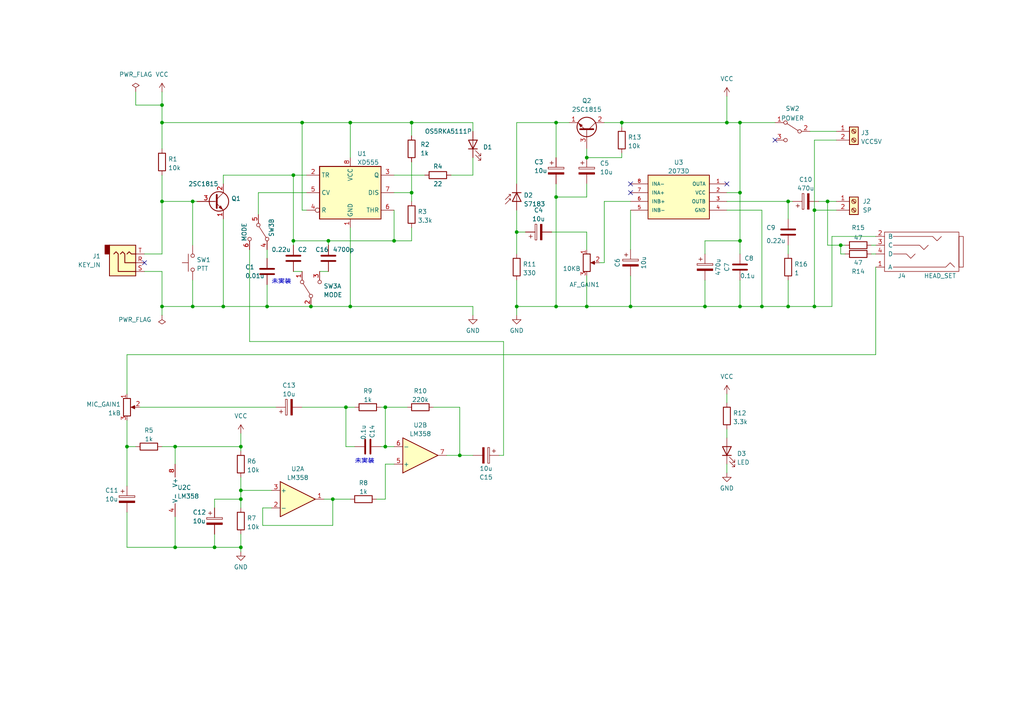
<source format=kicad_sch>
(kicad_sch (version 20211123) (generator eeschema)
  (paper "A4")
  (title_block (title "FTR105 by R16FR") (date "2023-09-17") (rev "Ver. 1.0") (company "Ohe MFG.") (comment 1 "Change MIC_GAIN DIR") (comment 2 "Cut M2073 INA+ ") (comment 3 "Add POWER LED"))
  (lib_symbols
    (symbol "Amplifier_Operational:LM358" (pin_names (offset 0.127))
      (property "Reference" "U" (at 0 5.08 0))
      (property "Value" "LM358" (at 0 -5.08 0))
      (symbol "LM358_1_1"
        (polyline (pts (xy -5.08 5.08) (xy 5.08 0) (xy -5.08 -5.08) (xy -5.08 5.08)) (stroke (width 0.254)) (fill (type background)))
        (pin output line (at 7.62 0 180) (length 2.54) (name "~") (number "1"))
        (pin input line (at -7.62 -2.54 0) (length 2.54) (name "-") (number "2"))
        (pin input line (at -7.62 2.54 0) (length 2.54) (name "+") (number "3"))
      )
      (symbol "LM358_2_1"
        (polyline (pts (xy -5.08 5.08) (xy 5.08 0) (xy -5.08 -5.08) (xy -5.08 5.08)) (stroke (width 0.254)) (fill (type background)))
        (pin input line (at -7.62 2.54 0) (length 2.54) (name "+") (number "5"))
        (pin input line (at -7.62 -2.54 0) (length 2.54) (name "-") (number "6"))
        (pin output line (at 7.62 0 180) (length 2.54) (name "~") (number "7"))
      )
      (symbol "LM358_3_1"
        (pin power_in line (at -2.54 -7.62 90) (length 3.81) (name "V-") (number "4"))
        (pin power_in line (at -2.54 7.62 270) (length 3.81) (name "V+") (number "8"))
      )
    )
    (symbol "Connector:AudioJack3"
      (property "Reference" "J" (at 0 8.89 0))
      (property "Value" "AudioJack3" (at 0 6.35 0))
      (symbol "AudioJack3_0_1"
        (rectangle (start -5.08 -5.08) (end -6.35 -2.54) (stroke (width 0.254)) (fill (type outline)))
        (polyline (pts (xy 0 -2.54) (xy 0.635 -3.175) (xy 1.27 -2.54) (xy 2.54 -2.54)) (stroke (width 0.254)))
        (polyline (pts (xy -1.905 -2.54) (xy -1.27 -3.175) (xy -0.635 -2.54) (xy -0.635 0) (xy 2.54 0)) (stroke (width 0.254)))
        (polyline (pts (xy 2.54 2.54) (xy -2.54 2.54) (xy -2.54 -2.54) (xy -3.175 -3.175) (xy -3.81 -2.54)) (stroke (width 0.254)))
        (rectangle (start 2.54 3.81) (end -5.08 -5.08) (stroke (width 0.254)) (fill (type background)))
      )
      (symbol "AudioJack3_1_1"
        (pin passive line (at 5.08 0 180) (length 2.54) (name "~") (number "R"))
        (pin passive line (at 5.08 2.54 180) (length 2.54) (name "~") (number "S"))
        (pin passive line (at 5.08 -2.54 180) (length 2.54) (name "~") (number "T"))
      )
    )
    (symbol "Connector:Screw_Terminal_01x02" (pin_names (offset 1.016) hide)
      (property "Reference" "J" (at 0 2.54 0))
      (property "Value" "Screw_Terminal_01x02" (at 0 -5.08 0))
      (symbol "Screw_Terminal_01x02_1_1"
        (rectangle (start -1.27 1.27) (end 1.27 -3.81) (stroke (width 0.254)) (fill (type background)))
        (circle (center 0 -2.54) (radius 0.635) (stroke (width 0.1524)))
        (polyline (pts (xy -0.5334 -2.2098) (xy 0.3302 -3.048)) (stroke (width 0.1524)))
        (polyline (pts (xy -0.5334 0.3302) (xy 0.3302 -0.508)) (stroke (width 0.1524)))
        (polyline (pts (xy -0.3556 -2.032) (xy 0.508 -2.8702)) (stroke (width 0.1524)))
        (polyline (pts (xy -0.3556 0.508) (xy 0.508 -0.3302)) (stroke (width 0.1524)))
        (circle (center 0 0) (radius 0.635) (stroke (width 0.1524)))
        (pin passive line (at -5.08 0 0) (length 3.81) (name "Pin_1") (number "1"))
        (pin passive line (at -5.08 -2.54 0) (length 3.81) (name "Pin_2") (number "2"))
      )
    )
    (symbol "Device:C" (pin_numbers hide) (pin_names (offset 0.254))
      (property "Reference" "C" (at 0.635 2.54 0))
      (property "Value" "C" (at 0.635 -2.54 0))
      (symbol "C_0_1"
        (polyline (pts (xy -2.032 -0.762) (xy 2.032 -0.762)) (stroke (width 0.508)))
        (polyline (pts (xy -2.032 0.762) (xy 2.032 0.762)) (stroke (width 0.508)))
      )
      (symbol "C_1_1"
        (pin passive line (at 0 3.81 270) (length 2.794) (name "~") (number "1"))
        (pin passive line (at 0 -3.81 90) (length 2.794) (name "~") (number "2"))
      )
    )
    (symbol "Device:C_Polarized" (pin_numbers hide) (pin_names (offset 0.254))
      (property "Reference" "C" (at 0.635 2.54 0))
      (property "Value" "C_Polarized" (at 0.635 -2.54 0))
      (symbol "C_Polarized_0_1"
        (rectangle (start -2.286 0.508) (end 2.286 1.016))
        (polyline (pts (xy -1.778 2.286) (xy -0.762 2.286)))
        (polyline (pts (xy -1.27 2.794) (xy -1.27 1.778)))
        (rectangle (start 2.286 -0.508) (end -2.286 -1.016) (fill (type outline)))
      )
      (symbol "C_Polarized_1_1"
        (pin passive line (at 0 3.81 270) (length 2.794) (name "~") (number "1"))
        (pin passive line (at 0 -3.81 90) (length 2.794) (name "~") (number "2"))
      )
    )
    (symbol "Device:D_Photo" (pin_numbers hide) (pin_names hide)
      (property "Reference" "D" (at 0.508 1.778 0))
      (property "Value" "D_Photo" (at -1.016 -2.794 0))
      (symbol "D_Photo_0_1"
        (polyline (pts (xy -2.54 1.27) (xy -2.54 -1.27)) (stroke (width 0.254)))
        (polyline (pts (xy -2.032 1.778) (xy -1.524 1.778)))
        (polyline (pts (xy 0 0) (xy -2.54 0)))
        (polyline (pts (xy -0.508 3.302) (xy -2.032 1.778) (xy -2.032 2.286)))
        (polyline (pts (xy 0 -1.27) (xy 0 1.27) (xy -2.54 0) (xy 0 -1.27)) (stroke (width 0.254)))
        (polyline (pts (xy 0.762 3.302) (xy -0.762 1.778) (xy -0.762 2.286) (xy -0.762 1.778) (xy -0.254 1.778)))
      )
      (symbol "D_Photo_1_1"
        (pin passive line (at -5.08 0 0) (length 2.54) (name "K") (number "1"))
        (pin passive line (at 2.54 0 180) (length 2.54) (name "A") (number "2"))
      )
    )
    (symbol "Device:LED" (pin_numbers hide) (pin_names (offset 1.016) hide)
      (property "Reference" "D" (at 0 2.54 0))
      (property "Value" "LED" (at 0 -2.54 0))
      (symbol "LED_0_1"
        (polyline (pts (xy -1.27 -1.27) (xy -1.27 1.27)) (stroke (width 0.254)))
        (polyline (pts (xy -1.27 0) (xy 1.27 0)))
        (polyline (pts (xy 1.27 -1.27) (xy 1.27 1.27) (xy -1.27 0) (xy 1.27 -1.27)) (stroke (width 0.254)))
        (polyline (pts (xy -3.048 -0.762) (xy -4.572 -2.286) (xy -3.81 -2.286) (xy -4.572 -2.286) (xy -4.572 -1.524)))
        (polyline (pts (xy -1.778 -0.762) (xy -3.302 -2.286) (xy -2.54 -2.286) (xy -3.302 -2.286) (xy -3.302 -1.524)))
      )
      (symbol "LED_1_1"
        (pin passive line (at -3.81 0 0) (length 2.54) (name "K") (number "1"))
        (pin passive line (at 3.81 0 180) (length 2.54) (name "A") (number "2"))
      )
    )
    (symbol "Device:R" (pin_numbers hide) (pin_names (offset 0))
      (property "Reference" "R" (at 2.032 0 90))
      (property "Value" "R" (at 0 0 90))
      (symbol "R_0_1"
        (rectangle (start -1.016 -2.54) (end 1.016 2.54) (stroke (width 0.254)))
      )
      (symbol "R_1_1"
        (pin passive line (at 0 3.81 270) (length 1.27) (name "~") (number "1"))
        (pin passive line (at 0 -3.81 90) (length 1.27) (name "~") (number "2"))
      )
    )
    (symbol "Device:R_Potentiometer" (pin_names (offset 1.016) hide)
      (property "Reference" "RV" (at -4.445 0 90))
      (property "Value" "R_Potentiometer" (at -2.54 0 90))
      (symbol "R_Potentiometer_0_1"
        (polyline (pts (xy 2.54 0) (xy 1.524 0)))
        (polyline (pts (xy 1.143 0) (xy 2.286 0.508) (xy 2.286 -0.508) (xy 1.143 0)) (fill (type outline)))
        (rectangle (start 1.016 2.54) (end -1.016 -2.54) (stroke (width 0.254)))
      )
      (symbol "R_Potentiometer_1_1"
        (pin passive line (at 0 3.81 270) (length 1.27) (name "1") (number "1"))
        (pin passive line (at 3.81 0 180) (length 1.27) (name "2") (number "2"))
        (pin passive line (at 0 -3.81 90) (length 1.27) (name "3") (number "3"))
      )
    )
    (symbol "GND_1" (power) (pin_names (offset 0))
      (property "Value" "GND_1" (at 0 -3.81 0))
      (symbol "GND_1_0_1"
        (polyline (pts (xy 0 0) (xy 0 -1.27) (xy 1.27 -1.27) (xy 0 -2.54) (xy -1.27 -1.27) (xy 0 -1.27)))
      )
      (symbol "GND_1_1_1"
        (pin power_in line (at 0 0 270) (length 0) hide (name "GND") (number "1"))
      )
    )
    (symbol "MJ-4PP-9:MJ-4PP-9" (pin_names (offset 1.016))
      (property "Reference" "J" (at 0 7.62 0))
      (property "Value" "MJ-4PP-9" (at 0 -8.89 0))
      (symbol "MJ-4PP-9_0_1"
        (rectangle (start -10.16 3.81) (end -11.43 -5.08))
        (polyline (pts (xy 8.89 -5.08) (xy -2.54 -5.08) (xy -3.81 -3.81) (xy -5.08 -5.08)))
        (polyline (pts (xy 8.89 -2.54) (xy 1.27 -2.54) (xy 0 -1.27) (xy -1.27 -2.54)))
        (polyline (pts (xy 8.89 0) (xy 5.08 0) (xy 3.81 1.27) (xy 2.54 0)))
        (polyline (pts (xy 8.89 3.81) (xy -6.35 3.81) (xy -7.62 2.54) (xy -8.89 3.81)))
        (rectangle (start 11.43 5.08) (end -10.16 -6.35))
      )
      (symbol "MJ-4PP-9_1_1"
        (pin input line (at 13.97 3.81 180) (length 2.54) (name "A") (number "1"))
        (pin input line (at 13.97 -5.08 180) (length 2.54) (name "B") (number "2"))
        (pin input line (at 13.97 -2.54 180) (length 2.54) (name "C") (number "3"))
        (pin input line (at 13.97 0 180) (length 2.54) (name "D") (number "4"))
      )
    )
    (symbol "Switch:SW_DPDT_x2" (pin_names (offset 0) hide)
      (property "Reference" "SW" (at 0 4.318 0))
      (property "Value" "SW_DPDT_x2" (at 0 -5.08 0))
      (symbol "SW_DPDT_x2_0_0"
        (circle (center -2.032 0) (radius 0.508))
        (circle (center 2.032 -2.54) (radius 0.508))
      )
      (symbol "SW_DPDT_x2_0_1"
        (polyline (pts (xy -1.524 0.254) (xy 1.651 2.286)))
        (circle (center 2.032 2.54) (radius 0.508))
      )
      (symbol "SW_DPDT_x2_1_1"
        (pin passive line (at 5.08 2.54 180) (length 2.54) (name "A") (number "1"))
        (pin passive line (at -5.08 0 0) (length 2.54) (name "B") (number "2"))
        (pin passive line (at 5.08 -2.54 180) (length 2.54) (name "C") (number "3"))
      )
      (symbol "SW_DPDT_x2_2_1"
        (pin passive line (at 5.08 2.54 180) (length 2.54) (name "A") (number "4"))
        (pin passive line (at -5.08 0 0) (length 2.54) (name "B") (number "5"))
        (pin passive line (at 5.08 -2.54 180) (length 2.54) (name "C") (number "6"))
      )
    )
    (symbol "Switch:SW_Push" (pin_numbers hide) (pin_names (offset 1.016) hide)
      (property "Reference" "SW" (at 1.27 2.54 0))
      (property "Value" "SW_Push" (at 0 -1.524 0))
      (symbol "SW_Push_0_1"
        (circle (center -2.032 0) (radius 0.508))
        (polyline (pts (xy 0 1.27) (xy 0 3.048)))
        (polyline (pts (xy 2.54 1.27) (xy -2.54 1.27)))
        (circle (center 2.032 0) (radius 0.508))
        (pin passive line (at -5.08 0 0) (length 2.54) (name "1") (number "1"))
        (pin passive line (at 5.08 0 180) (length 2.54) (name "2") (number "2"))
      )
    )
    (symbol "Switch:SW_SPDT" (pin_names (offset 0) hide)
      (property "Reference" "SW" (at 0 4.318 0))
      (property "Value" "SW_SPDT" (at 0 -5.08 0))
      (symbol "SW_SPDT_0_0"
        (circle (center -2.032 0) (radius 0.508))
        (circle (center 2.032 -2.54) (radius 0.508))
      )
      (symbol "SW_SPDT_0_1"
        (polyline (pts (xy -1.524 0.254) (xy 1.651 2.286)))
        (circle (center 2.032 2.54) (radius 0.508))
      )
      (symbol "SW_SPDT_1_1"
        (pin passive line (at 5.08 2.54 180) (length 2.54) (name "A") (number "1"))
        (pin passive line (at -5.08 0 0) (length 2.54) (name "B") (number "2"))
        (pin passive line (at 5.08 -2.54 180) (length 2.54) (name "C") (number "3"))
      )
    )
    (symbol "TDA2822:NJM2073D" (pin_names (offset 1.016))
      (property "Reference" "U" (at 0 1.27 0))
      (property "Value" "NJM2073D" (at 0 -15.24 0))
      (symbol "NJM2073D_0_0"
        (rectangle (start 0 -12.7) (end 17.78 0) (stroke (width 0.254)) (fill (type background)))
        (pin bidirectional line (at 22.86 -2.54 180) (length 5.08) (name "OUTA") (number "1"))
        (pin bidirectional line (at 22.86 -5.08 180) (length 5.08) (name "VCC") (number "2"))
        (pin bidirectional line (at 22.86 -7.62 180) (length 5.08) (name "OUTB") (number "3"))
        (pin bidirectional line (at 22.86 -10.16 180) (length 5.08) (name "GND") (number "4"))
        (pin bidirectional line (at -5.08 -10.16 0) (length 5.08) (name "INB-") (number "5"))
        (pin bidirectional line (at -5.08 -7.62 0) (length 5.08) (name "INB+") (number "6"))
        (pin bidirectional line (at -5.08 -5.08 0) (length 5.08) (name "INA+") (number "7"))
        (pin bidirectional line (at -5.08 -2.54 0) (length 5.08) (name "INA-") (number "8"))
      )
    )
    (symbol "Timer:LMC555xN"
      (property "Reference" "U" (at -10.16 8.89 0))
      (property "Value" "LMC555xN" (at 2.54 8.89 0))
      (symbol "LMC555xN_0_0"
        (pin power_in line (at 0 -10.16 90) (length 2.54) (name "GND") (number "1"))
        (pin power_in line (at 0 10.16 270) (length 2.54) (name "VCC") (number "8"))
      )
      (symbol "LMC555xN_0_1"
        (rectangle (start -8.89 -7.62) (end 8.89 7.62) (stroke (width 0.254)) (fill (type background)))
        (rectangle (start -8.89 -7.62) (end 8.89 7.62) (stroke (width 0.254)) (fill (type background)))
      )
      (symbol "LMC555xN_1_1"
        (pin input line (at -12.7 5.08 0) (length 3.81) (name "TR") (number "2"))
        (pin output line (at 12.7 5.08 180) (length 3.81) (name "Q") (number "3"))
        (pin input inverted (at -12.7 -5.08 0) (length 3.81) (name "R") (number "4"))
        (pin input line (at -12.7 0 0) (length 3.81) (name "CV") (number "5"))
        (pin input line (at 12.7 -5.08 180) (length 3.81) (name "THR") (number "6"))
        (pin input line (at 12.7 0 180) (length 3.81) (name "DIS") (number "7"))
      )
    )
    (symbol "Transistor_BJT:2SC1815" (pin_names (offset 0) hide)
      (property "Reference" "Q" (at 5.08 1.905 0))
      (property "Value" "2SC1815" (at 5.08 0 0))
      (symbol "2SC1815_0_1"
        (polyline (pts (xy 0 0) (xy 0.508 0)))
        (polyline (pts (xy 0.635 0.635) (xy 2.54 2.54)))
        (polyline (pts (xy 0.635 -0.635) (xy 2.54 -2.54) (xy 2.54 -2.54)))
        (polyline (pts (xy 0.635 1.905) (xy 0.635 -1.905) (xy 0.635 -1.905)) (stroke (width 0.508)))
        (polyline (pts (xy 1.27 -1.778) (xy 1.778 -1.27) (xy 2.286 -2.286) (xy 1.27 -1.778) (xy 1.27 -1.778)) (fill (type outline)))
        (circle (center 1.27 0) (radius 2.8194) (stroke (width 0.254)))
      )
      (symbol "2SC1815_1_1"
        (pin passive line (at 2.54 -5.08 90) (length 2.54) (name "E") (number "1"))
        (pin passive line (at 2.54 5.08 270) (length 2.54) (name "C") (number "2"))
        (pin input line (at -5.08 0 0) (length 5.08) (name "B") (number "3"))
      )
    )
    (symbol "power:PWR_FLAG" (power) (pin_numbers hide) (pin_names (offset 0) hide)
      (property "Value" "PWR_FLAG" (at 0 3.81 0))
      (symbol "PWR_FLAG_0_0"
        (pin power_out line (at 0 0 90) (length 0) (name "pwr") (number "1"))
      )
      (symbol "PWR_FLAG_0_1"
        (polyline (pts (xy 0 0) (xy 0 1.27) (xy -1.016 1.905) (xy 0 2.54) (xy 1.016 1.905) (xy 0 1.27)))
      )
    )
    (symbol "power:VCC" (power) (pin_names (offset 0))
      (property "Value" "VCC" (at 0 3.81 0))
      (symbol "VCC_0_1"
        (polyline (pts (xy -0.762 1.27) (xy 0 2.54)))
        (polyline (pts (xy 0 0) (xy 0 2.54)))
        (polyline (pts (xy 0 2.54) (xy 0.762 1.27)))
      )
      (symbol "VCC_1_1"
        (pin power_in line (at 0 0 90) (length 0) hide (name "VCC") (number "1"))
      )
    )
  )
  (junction (at 96.52 144.78))
  (junction (at 161.29 88.9))
  (junction (at 100.33 118.11))
  (junction (at 228.6 58.42))
  (junction (at 243.84 71.12))
  (junction (at 69.85 129.54))
  (junction (at 228.6 88.9))
  (junction (at 87.63 35.56))
  (junction (at 55.88 58.42))
  (junction (at 85.09 69.85))
  (junction (at 149.86 88.9))
  (junction (at 214.63 55.88))
  (junction (at 133.35 132.08))
  (junction (at 36.83 129.54))
  (junction (at 90.17 88.9))
  (junction (at 111.76 129.54))
  (junction (at 236.22 88.9))
  (junction (at 69.85 158.75))
  (junction (at 240.03 58.42))
  (junction (at 119.38 55.88))
  (junction (at 101.6 88.9))
  (junction (at 111.76 118.11))
  (junction (at 210.82 35.56))
  (junction (at 77.47 88.9))
  (junction (at 55.88 88.9))
  (junction (at 182.88 88.9))
  (junction (at 204.47 88.9))
  (junction (at 170.18 45.72))
  (junction (at 119.38 35.56))
  (junction (at 149.86 67.31))
  (junction (at 50.8 129.54))
  (junction (at 46.99 58.42))
  (junction (at 236.22 60.96))
  (junction (at 220.98 88.9))
  (junction (at 170.18 88.9))
  (junction (at 50.8 158.75))
  (junction (at 101.6 35.56))
  (junction (at 114.3 69.85))
  (junction (at 95.25 69.85))
  (junction (at 46.99 88.9))
  (junction (at 214.63 35.56))
  (junction (at 214.63 88.9))
  (junction (at 69.85 142.24))
  (junction (at 62.23 158.75))
  (junction (at 64.77 88.9))
  (junction (at 46.99 30.48))
  (junction (at 69.85 144.78))
  (junction (at 214.63 69.85))
  (junction (at 161.29 57.15))
  (junction (at 85.09 50.8))
  (junction (at 161.29 35.56))
  (junction (at 180.34 35.56))
  (junction (at 46.99 35.56))
  (no_connect (at 41.91 76.2))
  (no_connect (at 210.82 53.34))
  (no_connect (at 224.79 40.64))
  (no_connect (at 182.88 55.88))
  (no_connect (at 182.88 53.34))
  (wire (pts (xy 100.33 129.54) (xy 100.33 118.11)))
  (wire (pts (xy 228.6 81.28) (xy 228.6 88.9)))
  (wire (pts (xy 119.38 66.04) (xy 119.38 69.85)))
  (wire (pts (xy 76.2 147.32) (xy 78.74 147.32)))
  (wire (pts (xy 50.8 149.86) (xy 50.8 158.75)))
  (wire (pts (xy 36.83 129.54) (xy 39.37 129.54)))
  (wire (pts (xy 220.98 60.96) (xy 210.82 60.96)))
  (wire (pts (xy 236.22 40.64) (xy 236.22 60.96)))
  (wire (pts (xy 170.18 88.9) (xy 182.88 88.9)))
  (wire (pts (xy 119.38 55.88) (xy 119.38 58.42)))
  (wire (pts (xy 69.85 144.78) (xy 69.85 147.32)))
  (wire (pts (xy 240.03 71.12) (xy 243.84 71.12)))
  (wire (pts (xy 204.47 69.85) (xy 214.63 69.85)))
  (wire (pts (xy 180.34 45.72) (xy 170.18 45.72)))
  (wire (pts (xy 149.86 53.34) (xy 149.86 35.56)))
  (wire (pts (xy 111.76 144.78) (xy 111.76 134.62)))
  (wire (pts (xy 85.09 69.85) (xy 85.09 71.12)))
  (wire (pts (xy 236.22 88.9) (xy 241.3 88.9)))
  (wire (pts (xy 149.86 67.31) (xy 149.86 73.66)))
  (wire (pts (xy 182.88 72.39) (xy 182.88 60.96)))
  (wire (pts (xy 210.82 27.94) (xy 210.82 35.56)))
  (wire (pts (xy 114.3 60.96) (xy 114.3 69.85)))
  (wire (pts (xy 69.85 158.75) (xy 69.85 160.02)))
  (wire (pts (xy 55.88 88.9) (xy 64.77 88.9)))
  (wire (pts (xy 77.47 82.55) (xy 77.47 88.9)))
  (wire (pts (xy 72.39 72.39) (xy 72.39 99.06)))
  (wire (pts (xy 243.84 73.66) (xy 245.11 73.66)))
  (wire (pts (xy 50.8 158.75) (xy 62.23 158.75)))
  (wire (pts (xy 214.63 55.88) (xy 210.82 55.88)))
  (wire (pts (xy 95.25 69.85) (xy 95.25 71.12)))
  (wire (pts (xy 36.83 102.87) (xy 36.83 114.3)))
  (wire (pts (xy 62.23 144.78) (xy 69.85 144.78)))
  (wire (pts (xy 111.76 118.11) (xy 111.76 129.54)))
  (wire (pts (xy 161.29 57.15) (xy 170.18 57.15)))
  (wire (pts (xy 109.22 144.78) (xy 111.76 144.78)))
  (wire (pts (xy 118.11 118.11) (xy 111.76 118.11)))
  (wire (pts (xy 46.99 35.56) (xy 87.63 35.56)))
  (wire (pts (xy 214.63 88.9) (xy 220.98 88.9)))
  (wire (pts (xy 92.71 78.74) (xy 95.25 78.74)))
  (wire (pts (xy 149.86 60.96) (xy 149.86 67.31)))
  (wire (pts (xy 114.3 50.8) (xy 123.19 50.8)))
  (wire (pts (xy 161.29 45.72) (xy 161.29 35.56)))
  (wire (pts (xy 36.83 121.92) (xy 36.83 129.54)))
  (wire (pts (xy 36.83 102.87) (xy 254 102.87)))
  (wire (pts (xy 241.3 68.58) (xy 254 68.58)))
  (wire (pts (xy 90.17 88.9) (xy 101.6 88.9)))
  (wire (pts (xy 214.63 35.56) (xy 214.63 55.88)))
  (wire (pts (xy 180.34 35.56) (xy 180.34 36.83)))
  (wire (pts (xy 242.57 58.42) (xy 240.03 58.42)))
  (wire (pts (xy 149.86 35.56) (xy 161.29 35.56)))
  (wire (pts (xy 100.33 118.11) (xy 102.87 118.11)))
  (wire (pts (xy 133.35 132.08) (xy 129.54 132.08)))
  (wire (pts (xy 243.84 71.12) (xy 245.11 71.12)))
  (wire (pts (xy 85.09 50.8) (xy 85.09 69.85)))
  (wire (pts (xy 210.82 114.3) (xy 210.82 116.84)))
  (wire (pts (xy 85.09 78.74) (xy 87.63 78.74)))
  (wire (pts (xy 87.63 118.11) (xy 100.33 118.11)))
  (wire (pts (xy 55.88 58.42) (xy 55.88 71.12)))
  (wire (pts (xy 228.6 88.9) (xy 236.22 88.9)))
  (wire (pts (xy 243.84 71.12) (xy 243.84 73.66)))
  (wire (pts (xy 119.38 39.37) (xy 119.38 35.56)))
  (wire (pts (xy 62.23 147.32) (xy 62.23 144.78)))
  (wire (pts (xy 149.86 88.9) (xy 149.86 91.44)))
  (wire (pts (xy 242.57 40.64) (xy 236.22 40.64)))
  (wire (pts (xy 69.85 142.24) (xy 69.85 144.78)))
  (wire (pts (xy 72.39 99.06) (xy 146.05 99.06)))
  (wire (pts (xy 46.99 78.74) (xy 46.99 88.9)))
  (wire (pts (xy 64.77 88.9) (xy 77.47 88.9)))
  (wire (pts (xy 182.88 88.9) (xy 182.88 80.01)))
  (wire (pts (xy 119.38 35.56) (xy 101.6 35.56)))
  (wire (pts (xy 46.99 73.66) (xy 46.99 58.42)))
  (wire (pts (xy 204.47 73.66) (xy 204.47 69.85)))
  (wire (pts (xy 182.88 58.42) (xy 175.26 58.42)))
  (wire (pts (xy 220.98 88.9) (xy 228.6 88.9)))
  (wire (pts (xy 236.22 60.96) (xy 236.22 88.9)))
  (wire (pts (xy 160.02 67.31) (xy 170.18 67.31)))
  (wire (pts (xy 50.8 129.54) (xy 69.85 129.54)))
  (wire (pts (xy 240.03 71.12) (xy 240.03 58.42)))
  (wire (pts (xy 62.23 158.75) (xy 69.85 158.75)))
  (wire (pts (xy 46.99 50.8) (xy 46.99 58.42)))
  (wire (pts (xy 69.85 129.54) (xy 69.85 130.81)))
  (wire (pts (xy 74.93 55.88) (xy 88.9 55.88)))
  (wire (pts (xy 228.6 71.12) (xy 228.6 73.66)))
  (wire (pts (xy 175.26 76.2) (xy 173.99 76.2)))
  (wire (pts (xy 228.6 58.42) (xy 228.6 63.5)))
  (wire (pts (xy 69.85 142.24) (xy 78.74 142.24)))
  (wire (pts (xy 180.34 45.72) (xy 180.34 44.45)))
  (wire (pts (xy 204.47 81.28) (xy 204.47 88.9)))
  (wire (pts (xy 242.57 60.96) (xy 236.22 60.96)))
  (wire (pts (xy 125.73 118.11) (xy 133.35 118.11)))
  (wire (pts (xy 161.29 88.9) (xy 149.86 88.9)))
  (wire (pts (xy 101.6 35.56) (xy 101.6 45.72)))
  (wire (pts (xy 170.18 43.18) (xy 170.18 45.72)))
  (wire (pts (xy 64.77 63.5) (xy 64.77 88.9)))
  (wire (pts (xy 36.83 158.75) (xy 50.8 158.75)))
  (wire (pts (xy 161.29 57.15) (xy 161.29 88.9)))
  (wire (pts (xy 46.99 35.56) (xy 46.99 43.18)))
  (wire (pts (xy 46.99 26.67) (xy 46.99 30.48)))
  (wire (pts (xy 39.37 26.67) (xy 39.37 30.48)))
  (wire (pts (xy 40.64 118.11) (xy 80.01 118.11)))
  (wire (pts (xy 69.85 154.94) (xy 69.85 158.75)))
  (wire (pts (xy 46.99 129.54) (xy 50.8 129.54)))
  (wire (pts (xy 241.3 68.58) (xy 241.3 88.9)))
  (wire (pts (xy 133.35 132.08) (xy 137.16 132.08)))
  (wire (pts (xy 46.99 58.42) (xy 55.88 58.42)))
  (wire (pts (xy 254 77.47) (xy 254 102.87)))
  (wire (pts (xy 88.9 60.96) (xy 87.63 60.96)))
  (wire (pts (xy 77.47 88.9) (xy 90.17 88.9)))
  (wire (pts (xy 214.63 55.88) (xy 214.63 69.85)))
  (wire (pts (xy 228.6 58.42) (xy 229.87 58.42)))
  (wire (pts (xy 102.87 129.54) (xy 100.33 129.54)))
  (wire (pts (xy 175.26 35.56) (xy 180.34 35.56)))
  (wire (pts (xy 119.38 69.85) (xy 114.3 69.85)))
  (wire (pts (xy 170.18 53.34) (xy 170.18 57.15)))
  (wire (pts (xy 69.85 138.43) (xy 69.85 142.24)))
  (wire (pts (xy 180.34 35.56) (xy 210.82 35.56)))
  (wire (pts (xy 119.38 46.99) (xy 119.38 55.88)))
  (wire (pts (xy 95.25 69.85) (xy 85.09 69.85)))
  (wire (pts (xy 252.73 71.12) (xy 254 71.12)))
  (wire (pts (xy 114.3 69.85) (xy 95.25 69.85)))
  (wire (pts (xy 137.16 88.9) (xy 137.16 91.44)))
  (wire (pts (xy 77.47 72.39) (xy 77.47 74.93)))
  (wire (pts (xy 111.76 134.62) (xy 114.3 134.62)))
  (wire (pts (xy 110.49 118.11) (xy 111.76 118.11)))
  (wire (pts (xy 214.63 69.85) (xy 214.63 73.66)))
  (wire (pts (xy 130.81 50.8) (xy 137.16 50.8)))
  (wire (pts (xy 41.91 73.66) (xy 46.99 73.66)))
  (wire (pts (xy 137.16 45.72) (xy 137.16 50.8)))
  (wire (pts (xy 252.73 73.66) (xy 254 73.66)))
  (wire (pts (xy 87.63 60.96) (xy 87.63 35.56)))
  (wire (pts (xy 240.03 58.42) (xy 237.49 58.42)))
  (wire (pts (xy 146.05 132.08) (xy 144.78 132.08)))
  (wire (pts (xy 64.77 50.8) (xy 85.09 50.8)))
  (wire (pts (xy 111.76 129.54) (xy 114.3 129.54)))
  (wire (pts (xy 46.99 88.9) (xy 55.88 88.9)))
  (wire (pts (xy 210.82 58.42) (xy 228.6 58.42)))
  (wire (pts (xy 74.93 62.23) (xy 74.93 55.88)))
  (wire (pts (xy 46.99 91.44) (xy 46.99 88.9)))
  (wire (pts (xy 161.29 53.34) (xy 161.29 57.15)))
  (wire (pts (xy 234.95 38.1) (xy 242.57 38.1)))
  (wire (pts (xy 114.3 55.88) (xy 119.38 55.88)))
  (wire (pts (xy 146.05 99.06) (xy 146.05 132.08)))
  (wire (pts (xy 182.88 88.9) (xy 204.47 88.9)))
  (wire (pts (xy 55.88 81.28) (xy 55.88 88.9)))
  (wire (pts (xy 101.6 66.04) (xy 101.6 88.9)))
  (wire (pts (xy 64.77 50.8) (xy 64.77 53.34)))
  (wire (pts (xy 55.88 58.42) (xy 57.15 58.42)))
  (wire (pts (xy 110.49 129.54) (xy 111.76 129.54)))
  (wire (pts (xy 161.29 88.9) (xy 170.18 88.9)))
  (wire (pts (xy 210.82 124.46) (xy 210.82 127)))
  (wire (pts (xy 170.18 88.9) (xy 170.18 80.01)))
  (wire (pts (xy 36.83 140.97) (xy 36.83 129.54)))
  (wire (pts (xy 93.98 144.78) (xy 96.52 144.78)))
  (wire (pts (xy 41.91 78.74) (xy 46.99 78.74)))
  (wire (pts (xy 161.29 35.56) (xy 165.1 35.56)))
  (wire (pts (xy 96.52 144.78) (xy 101.6 144.78)))
  (wire (pts (xy 76.2 152.4) (xy 76.2 147.32)))
  (wire (pts (xy 137.16 35.56) (xy 137.16 38.1)))
  (wire (pts (xy 85.09 50.8) (xy 88.9 50.8)))
  (wire (pts (xy 36.83 148.59) (xy 36.83 158.75)))
  (wire (pts (xy 220.98 60.96) (xy 220.98 88.9)))
  (wire (pts (xy 149.86 67.31) (xy 152.4 67.31)))
  (wire (pts (xy 96.52 144.78) (xy 96.52 152.4)))
  (wire (pts (xy 46.99 30.48) (xy 46.99 35.56)))
  (wire (pts (xy 210.82 35.56) (xy 214.63 35.56)))
  (wire (pts (xy 214.63 81.28) (xy 214.63 88.9)))
  (wire (pts (xy 69.85 125.73) (xy 69.85 129.54)))
  (wire (pts (xy 149.86 81.28) (xy 149.86 88.9)))
  (wire (pts (xy 96.52 152.4) (xy 76.2 152.4)))
  (wire (pts (xy 133.35 118.11) (xy 133.35 132.08)))
  (wire (pts (xy 210.82 134.62) (xy 210.82 137.16)))
  (wire (pts (xy 101.6 88.9) (xy 137.16 88.9)))
  (wire (pts (xy 175.26 58.42) (xy 175.26 76.2)))
  (wire (pts (xy 214.63 35.56) (xy 224.79 35.56)))
  (wire (pts (xy 204.47 88.9) (xy 214.63 88.9)))
  (wire (pts (xy 39.37 30.48) (xy 46.99 30.48)))
  (wire (pts (xy 50.8 134.62) (xy 50.8 129.54)))
  (wire (pts (xy 119.38 35.56) (xy 137.16 35.56)))
  (wire (pts (xy 62.23 154.94) (xy 62.23 158.75)))
  (wire (pts (xy 87.63 35.56) (xy 101.6 35.56)))
  (wire (pts (xy 170.18 67.31) (xy 170.18 72.39)))
  (text "未実装" (at 78.74 82.55 0) (effects (font (size 1.27 1.27)) (justify left bottom)))
  (text "未実装" (at 102.87 134.62 0) (effects (font (size 1.27 1.27)) (justify left bottom)))
  (symbol (lib_id "Device:LED") (at 210.82 130.81 90) (unit 1)
    (property "Reference" "D3" (at 213.741 131.5628 90) (effects (justify right)))
    (property "Value" "LED" (at 213.741 134.0997 90) (effects (justify right)))
    (property "Footprint" "LED_THT:LED_D3.0mm" (effects hide))
  )
  (symbol (lib_id "Device:C_Polarized") (at 161.29 49.53 0) (unit 1)
    (property "Reference" "C3" (at 154.94 46.99 0) (effects (justify left)))
    (property "Value" "10u" (at 154.94 49.53 0) (effects (justify left)))
    (property "Footprint" "Capacitor_THT:CP_Radial_D5.0mm_P2.00mm" (effects hide))
  )
  (symbol (lib_id "Amplifier_Operational:LM358") (at 86.36 144.78 0) (unit 1)
    (property "Reference" "U2" (at 86.36 136.0002 0))
    (property "Value" "LM358" (at 86.36 138.5371 0))
    (property "Footprint" "Package_DIP:DIP-8_W7.62mm" (effects hide))
    (property "Datasheet" "http://www.ti.com/lit/ds/symlink/lm2904-n.pdf" (effects hide))
  )
  (symbol (lib_id "Switch:SW_Push") (at 55.88 76.2 90) (unit 1)
    (property "Reference" "SW1" (at 57.023 75.3653 90) (effects (justify right)))
    (property "Value" "PTT" (at 57.023 77.9022 90) (effects (justify right)))
    (property "Footprint" "Button_Switch_THT:SW_PUSH-12mm" (effects hide))
  )
  (symbol (lib_id "Device:C") (at 214.63 77.47 0) (unit 1)
    (property "Reference" "C8" (at 215.9 74.93 0) (effects (justify left)))
    (property "Value" "0.1u" (at 214.63 80.01 0) (effects (justify left)))
    (property "Footprint" "Capacitor_THT:C_Disc_D4.3mm_W1.9mm_P5.00mm" (effects hide))
  )
  (symbol (lib_id "Device:R") (at 69.85 134.62 0) (unit 1)
    (property "Reference" "R6" (at 71.628 133.7853 0) (effects (justify left)))
    (property "Value" "10k" (at 71.628 136.3222 0) (effects (justify left)))
    (property "Footprint" "Resistor_THT:R_Axial_DIN0204_L3.6mm_D1.6mm_P5.08mm_Horizontal" (effects hide))
  )
  (symbol (lib_id "Device:C_Polarized") (at 170.18 49.53 0) (unit 1)
    (property "Reference" "C5" (at 173.99 47.3709 0) (effects (justify left)))
    (property "Value" "10u" (at 173.99 49.9109 0) (effects (justify left)))
    (property "Footprint" "Capacitor_THT:CP_Radial_D5.0mm_P2.00mm" (effects hide))
  )
  (symbol (lib_id "Device:R") (at 43.18 129.54 90) (unit 1)
    (property "Reference" "R5" (at 43.18 124.8242 90))
    (property "Value" "1k" (at 43.18 127.3611 90))
    (property "Footprint" "Resistor_THT:R_Axial_DIN0204_L3.6mm_D1.6mm_P5.08mm_Horizontal" (effects hide))
  )
  (symbol (lib_id "Switch:SW_DPDT_x2") (at 90.17 83.82 90) (unit 1)
    (property "Reference" "SW3" (at 93.853 82.9853 90) (effects (justify right)))
    (property "Value" "MODE" (at 93.853 85.5222 90) (effects (justify right)))
    (property "Footprint" "0oe_Library:SW_CuK_JS202011AQN_DPDT_Angled" (effects hide))
  )
  (symbol (lib_name "GND_1") (lib_id "power:GND") (at 210.82 137.16 0) (unit 1)
    (property "Reference" "#PWR03" (effects hide))
    (property "Value" "GND" (at 210.82 141.6034 0))
  )
  (symbol (lib_id "power:VCC") (at 69.85 125.73 0) (unit 1)
    (property "Reference" "#PWR0104" (effects hide))
    (property "Value" "VCC" (at 69.85 120.65 0))
  )
  (symbol (lib_id "power:PWR_FLAG") (at 46.99 91.44 180) (unit 1)
    (property "Reference" "#FLG02" (effects hide))
    (property "Value" "PWR_FLAG" (at 34.29 92.71 0) (effects (justify right)))
  )
  (symbol (lib_id "TDA2822:NJM2073D") (at 187.96 50.8 0) (unit 1)
    (property "Reference" "U3" (at 196.85 47.1002 0))
    (property "Value" "2073D" (at 196.85 49.6371 0))
    (property "Footprint" "Package_DIP:DIP-8_W7.62mm" (effects hide))
  )
  (symbol (lib_id "Device:R") (at 106.68 118.11 90) (unit 1)
    (property "Reference" "R9" (at 106.68 113.3942 90))
    (property "Value" "1k" (at 106.68 115.9311 90))
    (property "Footprint" "Resistor_THT:R_Axial_DIN0204_L3.6mm_D1.6mm_P5.08mm_Horizontal" (effects hide))
  )
  (symbol (lib_id "Device:C") (at 77.47 78.74 0) (unit 1)
    (property "Reference" "C1" (at 71.12 77.47 0) (effects (justify left)))
    (property "Value" "0.01u" (at 71.12 80.01 0) (effects (justify left)))
    (property "Footprint" "Capacitor_THT:C_Disc_D4.3mm_W1.9mm_P5.00mm" (effects hide))
  )
  (symbol (lib_name "GND_1") (lib_id "power:GND") (at 69.85 160.02 0) (unit 1)
    (property "Reference" "#PWR0103" (effects hide))
    (property "Value" "GND" (at 69.85 164.4634 0))
  )
  (symbol (lib_id "Device:C") (at 95.25 74.93 0) (unit 1)
    (property "Reference" "C16" (at 91.44 72.39 0) (effects (justify left)))
    (property "Value" "4700p" (at 96.52 72.39 0) (effects (justify left)))
    (property "Footprint" "Capacitor_THT:C_Disc_D4.3mm_W1.9mm_P5.00mm" (effects hide))
  )
  (symbol (lib_id "Device:C_Polarized") (at 182.88 76.2 0) (unit 1)
    (property "Reference" "C6" (at 179.07 76.2 90))
    (property "Value" "10u" (at 186.69 76.2 90))
    (property "Footprint" "Capacitor_THT:CP_Radial_D5.0mm_P2.00mm" (effects hide))
  )
  (symbol (lib_id "Connector:Screw_Terminal_01x02") (at 247.65 58.42 0) (unit 1)
    (property "Reference" "J2" (at 250.19 58.4199 0) (effects (justify left)))
    (property "Value" "SP" (at 250.19 60.9599 0) (effects (justify left)))
    (property "Footprint" "Connector_PinHeader_2.54mm:PinHeader_1x02_P2.54mm_Vertical" (effects hide))
  )
  (symbol (lib_id "Device:R") (at 228.6 77.47 180) (unit 1)
    (property "Reference" "R16" (at 230.378 76.6353 0) (effects (justify right)))
    (property "Value" "1" (at 230.378 79.1722 0) (effects (justify right)))
    (property "Footprint" "Resistor_THT:R_Axial_DIN0204_L3.6mm_D1.6mm_P5.08mm_Horizontal" (effects hide))
  )
  (symbol (lib_name "GND_1") (lib_id "power:GND") (at 137.16 91.44 0) (unit 1)
    (property "Reference" "#PWR0101" (effects hide))
    (property "Value" "GND" (at 137.16 95.8834 0))
  )
  (symbol (lib_name "GND_1") (lib_id "power:GND") (at 149.86 91.44 0) (unit 1)
    (property "Reference" "#PWR0102" (effects hide))
    (property "Value" "GND" (at 149.86 95.8834 0))
  )
  (symbol (lib_id "Device:R") (at 46.99 46.99 0) (unit 1)
    (property "Reference" "R1" (at 48.768 46.1553 0) (effects (justify left)))
    (property "Value" "10k" (at 48.768 48.6922 0) (effects (justify left)))
    (property "Footprint" "Resistor_THT:R_Axial_DIN0204_L3.6mm_D1.6mm_P5.08mm_Horizontal" (effects hide))
  )
  (symbol (lib_id "Transistor_BJT:2SC1815") (at 62.23 58.42 0) (unit 1)
    (property "Reference" "Q1" (at 67.0814 57.5853 0) (effects (justify left)))
    (property "Value" "2SC1815" (at 54.61 53.34 0) (effects (justify left)))
    (property "Footprint" "Package_TO_SOT_THT:TO-92_Inline_Wide" (effects hide))
    (property "Datasheet" "https://media.digikey.com/pdf/Data%20Sheets/Toshiba%20PDFs/2SC1815.pdf" (effects hide))
  )
  (symbol (lib_id "Device:C_Polarized") (at 233.68 58.42 90) (unit 1)
    (property "Reference" "C10" (at 233.68 52.07 90))
    (property "Value" "470u" (at 233.68 54.61 90))
    (property "Footprint" "Capacitor_THT:CP_Radial_D8.0mm_P3.50mm" (effects hide))
  )
  (symbol (lib_id "Device:C") (at 85.09 74.93 0) (unit 1)
    (property "Reference" "C2" (at 86.36 72.39 0) (effects (justify left)))
    (property "Value" "0.22u" (at 78.74 72.39 0) (effects (justify left)))
    (property "Footprint" "Capacitor_THT:C_Disc_D4.3mm_W1.9mm_P5.00mm" (effects hide))
  )
  (symbol (lib_id "Device:R") (at 119.38 43.18 180) (unit 1)
    (property "Reference" "R2" (at 121.92 41.9099 0) (effects (justify right)))
    (property "Value" "1k" (at 121.92 44.4499 0) (effects (justify right)))
    (property "Footprint" "Resistor_THT:R_Axial_DIN0204_L3.6mm_D1.6mm_P5.08mm_Horizontal" (effects hide))
  )
  (symbol (lib_id "MJ-4PP-9:MJ-4PP-9") (at 267.97 73.66 180) (unit 1)
    (property "Reference" "J4" (at 260.35 80.01 0) (effects (justify right)))
    (property "Value" "HEAD_SET" (at 267.97 80.01 0) (effects (justify right)))
    (property "Footprint" "0oe_Library:MJ-4PP-9" (effects hide))
  )
  (symbol (lib_id "Timer:LMC555xN") (at 101.6 55.88 0) (unit 1)
    (property "Reference" "U1" (at 103.6194 44.5602 0) (effects (justify left)))
    (property "Value" "XD555" (at 103.6194 47.0971 0) (effects (justify left)))
    (property "Footprint" "Package_DIP:DIP-8_W7.62mm" (effects hide))
    (property "Datasheet" "http://www.ti.com/lit/ds/symlink/lmc555.pdf" (effects hide))
  )
  (symbol (lib_id "Device:R") (at 127 50.8 90) (unit 1)
    (property "Reference" "R4" (at 127 48.26 90))
    (property "Value" "22" (at 127 53.34 90))
    (property "Footprint" "Resistor_THT:R_Axial_DIN0204_L3.6mm_D1.6mm_P5.08mm_Horizontal" (effects hide))
  )
  (symbol (lib_id "power:VCC") (at 46.99 26.67 0) (unit 1)
    (property "Reference" "#PWR02" (effects hide))
    (property "Value" "VCC" (at 46.99 21.59 0))
  )
  (symbol (lib_id "Connector:Screw_Terminal_01x02") (at 247.65 38.1 0) (unit 1)
    (property "Reference" "J3" (at 249.682 38.5353 0) (effects (justify left)))
    (property "Value" "VCC5V" (at 249.682 41.0722 0) (effects (justify left)))
    (property "Footprint" "Connector_PinHeader_2.54mm:PinHeader_1x02_P2.54mm_Vertical" (effects hide))
  )
  (symbol (lib_id "Device:C_Polarized") (at 204.47 77.47 0) (unit 1)
    (property "Reference" "C7" (at 210.82 77.47 90))
    (property "Value" "470u" (at 208.28 77.47 90))
    (property "Footprint" "Capacitor_THT:CP_Radial_D8.0mm_P3.50mm" (effects hide))
  )
  (symbol (lib_id "Device:C_Polarized") (at 140.97 132.08 270) (unit 1)
    (property "Reference" "C15" (at 140.97 138.43 90))
    (property "Value" "10u" (at 140.97 135.89 90))
    (property "Footprint" "Capacitor_THT:CP_Radial_D5.0mm_P2.00mm" (effects hide))
  )
  (symbol (lib_id "Device:R") (at 69.85 151.13 0) (unit 1)
    (property "Reference" "R7" (at 71.628 150.2953 0) (effects (justify left)))
    (property "Value" "10k" (at 71.628 152.8322 0) (effects (justify left)))
    (property "Footprint" "Resistor_THT:R_Axial_DIN0204_L3.6mm_D1.6mm_P5.08mm_Horizontal" (effects hide))
  )
  (symbol (lib_id "Device:C") (at 228.6 67.31 0) (unit 1)
    (property "Reference" "C9" (at 222.25 66.04 0) (effects (justify left)))
    (property "Value" "0.22u" (at 222.25 69.85 0) (effects (justify left)))
    (property "Footprint" "Capacitor_THT:C_Disc_D4.3mm_W1.9mm_P5.00mm" (effects hide))
  )
  (symbol (lib_id "Device:R") (at 180.34 40.64 180) (unit 1)
    (property "Reference" "R13" (at 182.118 39.8053 0) (effects (justify right)))
    (property "Value" "10k" (at 182.118 42.3422 0) (effects (justify right)))
    (property "Footprint" "Resistor_THT:R_Axial_DIN0204_L3.6mm_D1.6mm_P5.08mm_Horizontal" (effects hide))
  )
  (symbol (lib_id "Device:R") (at 149.86 77.47 180) (unit 1)
    (property "Reference" "R11" (at 151.638 76.6353 0) (effects (justify right)))
    (property "Value" "330" (at 151.638 79.1722 0) (effects (justify right)))
    (property "Footprint" "Resistor_THT:R_Axial_DIN0204_L3.6mm_D1.6mm_P5.08mm_Horizontal" (effects hide))
  )
  (symbol (lib_id "Device:C_Polarized") (at 62.23 151.13 0) (unit 1)
    (property "Reference" "C12" (at 55.88 148.59 0) (effects (justify left)))
    (property "Value" "10u" (at 55.88 151.13 0) (effects (justify left)))
    (property "Footprint" "Capacitor_THT:CP_Radial_D5.0mm_P2.00mm" (effects hide))
  )
  (symbol (lib_id "Device:R") (at 119.38 62.23 180) (unit 1)
    (property "Reference" "R3" (at 121.158 61.3953 0) (effects (justify right)))
    (property "Value" "3.3k" (at 121.158 63.9322 0) (effects (justify right)))
    (property "Footprint" "Resistor_THT:R_Axial_DIN0204_L3.6mm_D1.6mm_P5.08mm_Horizontal" (effects hide))
  )
  (symbol (lib_id "Device:C_Polarized") (at 156.21 67.31 90) (unit 1)
    (property "Reference" "C4" (at 156.21 60.96 90))
    (property "Value" "10u" (at 156.21 63.5 90))
    (property "Footprint" "Capacitor_THT:CP_Radial_D5.0mm_P2.00mm" (effects hide))
  )
  (symbol (lib_id "power:VCC") (at 210.82 27.94 0) (unit 1)
    (property "Reference" "#PWR04" (effects hide))
    (property "Value" "VCC" (at 210.82 22.86 0))
  )
  (symbol (lib_id "power:VCC") (at 210.82 114.3 0) (unit 1)
    (property "Reference" "#PWR01" (effects hide))
    (property "Value" "VCC" (at 210.82 109.22 0))
  )
  (symbol (lib_id "Device:R") (at 248.92 71.12 90) (unit 1)
    (property "Reference" "R15" (at 248.92 66.04 90))
    (property "Value" "47" (at 248.92 68.9411 90))
    (property "Footprint" "Resistor_THT:R_Axial_DIN0204_L3.6mm_D1.6mm_P5.08mm_Horizontal" (effects hide))
  )
  (symbol (lib_id "Device:C_Polarized") (at 36.83 144.78 0) (unit 1)
    (property "Reference" "C11" (at 30.48 142.24 0) (effects (justify left)))
    (property "Value" "10u" (at 30.48 144.78 0) (effects (justify left)))
    (property "Footprint" "Capacitor_THT:CP_Radial_D5.0mm_P2.00mm" (effects hide))
  )
  (symbol (lib_id "Device:R") (at 210.82 120.65 0) (unit 1)
    (property "Reference" "R12" (at 212.598 119.8153 0) (effects (justify left)))
    (property "Value" "3.3k" (at 212.598 122.3522 0) (effects (justify left)))
    (property "Footprint" "Resistor_THT:R_Axial_DIN0204_L3.6mm_D1.6mm_P5.08mm_Horizontal" (effects hide))
  )
  (symbol (lib_id "Switch:SW_SPDT") (at 229.87 38.1 0) (mirror y) (unit 1)
    (property "Reference" "SW2" (at 229.87 31.4792 0))
    (property "Value" "POWER" (at 229.87 34.29 0))
    (property "Footprint" "0oe_Library:SK-12D11VG3" (effects hide))
  )
  (symbol (lib_id "Switch:SW_DPDT_x2") (at 74.93 67.31 270) (unit 2)
    (property "Reference" "SW3" (at 78.74 66.04 0))
    (property "Value" "MODE" (at 70.8461 67.31 0))
    (property "Footprint" "0oe_Library:SW_CuK_JS202011AQN_DPDT_Angled" (effects hide))
  )
  (symbol (lib_id "Device:R_Potentiometer") (at 170.18 76.2 0) (unit 1)
    (property "Reference" "AF_GAIN1" (at 173.99 82.55 0) (effects (justify right)))
    (property "Value" "10KB" (at 168.402 77.9022 0) (effects (justify right)))
    (property "Footprint" "0oe_Library:TSR-3386T" (effects hide))
  )
  (symbol (lib_id "Device:D_Photo") (at 149.86 58.42 90) (mirror x) (unit 1)
    (property "Reference" "D2" (at 151.892 56.6328 90) (effects (justify right)))
    (property "Value" "S7183" (at 151.892 59.1697 90) (effects (justify right)))
    (property "Footprint" "LED_THT:LED_Rectangular_W5.0mm_H2.0mm" (effects hide))
  )
  (symbol (lib_id "Connector:AudioJack3") (at 36.83 76.2 0) (mirror x) (unit 1)
    (property "Reference" "J1" (at 29.21 74.2949 0) (effects (justify right)))
    (property "Value" "KEY_IN" (at 29.21 76.8349 0) (effects (justify right)))
    (property "Footprint" "Connector_Audio:Jack_3.5mm_Switronic_ST-005-G_horizontal" (effects hide))
  )
  (symbol (lib_id "Amplifier_Operational:LM358") (at 121.92 132.08 0) (mirror x) (unit 2)
    (property "Reference" "U2" (at 121.92 123.3002 0))
    (property "Value" "LM358" (at 121.92 125.8371 0))
    (property "Footprint" "Package_DIP:DIP-8_W7.62mm" (effects hide))
    (property "Datasheet" "http://www.ti.com/lit/ds/symlink/lm2904-n.pdf" (effects hide))
  )
  (symbol (lib_id "Device:C") (at 106.68 129.54 270) (unit 1)
    (property "Reference" "C14" (at 107.95 123.19 0) (effects (justify left)))
    (property "Value" "0.1u" (at 105.41 123.19 0) (effects (justify left)))
    (property "Footprint" "Capacitor_THT:C_Disc_D4.3mm_W1.9mm_P5.00mm" (effects hide))
  )
  (symbol (lib_id "Device:R") (at 248.92 73.66 90) (unit 1)
    (property "Reference" "R14" (at 248.92 78.74 90))
    (property "Value" "47" (at 248.92 76.2 90))
    (property "Footprint" "Resistor_THT:R_Axial_DIN0204_L3.6mm_D1.6mm_P5.08mm_Horizontal" (effects hide))
  )
  (symbol (lib_id "Device:R") (at 105.41 144.78 90) (unit 1)
    (property "Reference" "R8" (at 105.41 140.0642 90))
    (property "Value" "1k" (at 105.41 142.6011 90))
    (property "Footprint" "Resistor_THT:R_Axial_DIN0204_L3.6mm_D1.6mm_P5.08mm_Horizontal" (effects hide))
  )
  (symbol (lib_id "Device:LED") (at 137.16 41.91 90) (unit 1)
    (property "Reference" "D1" (at 140.081 42.6628 90) (effects (justify right)))
    (property "Value" "OS5RKA5111P" (at 123.19 38.1 90) (effects (justify right)))
    (property "Footprint" "LED_THT:LED_D5.0mm_Horizontal_O3.81mm_Z3.0mm" (effects hide))
  )
  (symbol (lib_id "power:PWR_FLAG") (at 39.37 26.67 0) (unit 1)
    (property "Reference" "#FLG01" (effects hide))
    (property "Value" "PWR_FLAG" (at 39.37 21.59 0))
  )
  (symbol (lib_id "Amplifier_Operational:LM358") (at 53.34 142.24 0) (unit 3)
    (property "Reference" "U2" (at 51.435 141.4053 0) (effects (justify left)))
    (property "Value" "LM358" (at 51.435 143.9422 0) (effects (justify left)))
    (property "Footprint" "Package_DIP:DIP-8_W7.62mm" (effects hide))
    (property "Datasheet" "http://www.ti.com/lit/ds/symlink/lm2904-n.pdf" (effects hide))
  )
  (symbol (lib_id "Device:R") (at 121.92 118.11 90) (unit 1)
    (property "Reference" "R10" (at 121.92 113.3942 90))
    (property "Value" "220k" (at 121.92 115.9311 90))
    (property "Footprint" "Resistor_THT:R_Axial_DIN0204_L3.6mm_D1.6mm_P5.08mm_Horizontal" (effects hide))
  )
  (symbol (lib_id "Device:C_Polarized") (at 83.82 118.11 90) (unit 1)
    (property "Reference" "C13" (at 83.82 111.76 90))
    (property "Value" "10u" (at 83.82 114.3 90))
    (property "Footprint" "Capacitor_THT:CP_Radial_D5.0mm_P2.00mm" (effects hide))
  )
  (symbol (lib_id "Device:R_Potentiometer") (at 36.83 118.11 0) (unit 1)
    (property "Reference" "MIC_GAIN1" (at 35.0521 117.2753 0) (effects (justify right)))
    (property "Value" "1kB" (at 35.0521 119.8122 0) (effects (justify right)))
    (property "Footprint" "0oe_Library:TSR-3386T" (effects hide))
  )
  (symbol (lib_id "Transistor_BJT:2SC1815") (at 170.18 38.1 270) (mirror x) (unit 1)
    (property "Reference" "Q2" (at 170.18 29.21 90))
    (property "Value" "2SC1815" (at 170.18 31.75 90))
    (property "Footprint" "Package_TO_SOT_THT:TO-92_Inline_Wide" (effects hide))
    (property "Datasheet" "https://media.digikey.com/pdf/Data%20Sheets/Toshiba%20PDFs/2SC1815.pdf" (effects hide))
  )
)
</source>
